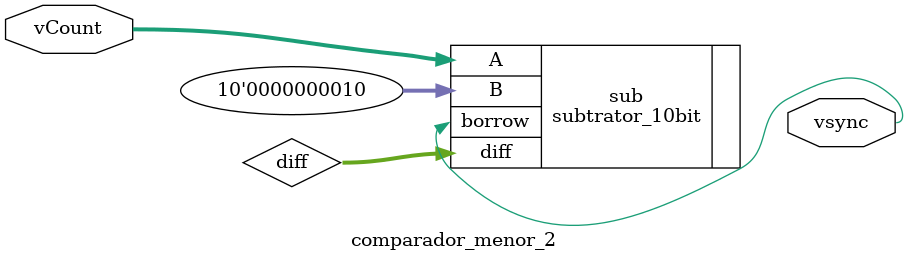
<source format=v>
module comparador_menor_2 (
    input [9:0] vCount,
    output vsync
);
    wire [9:0] diff;
    wire borrow;
    
    subtrator_10bit sub (
        .A(vCount),
        .B(10'd2),
        .diff(diff),
        .borrow(vsync)
    );
endmodule
</source>
